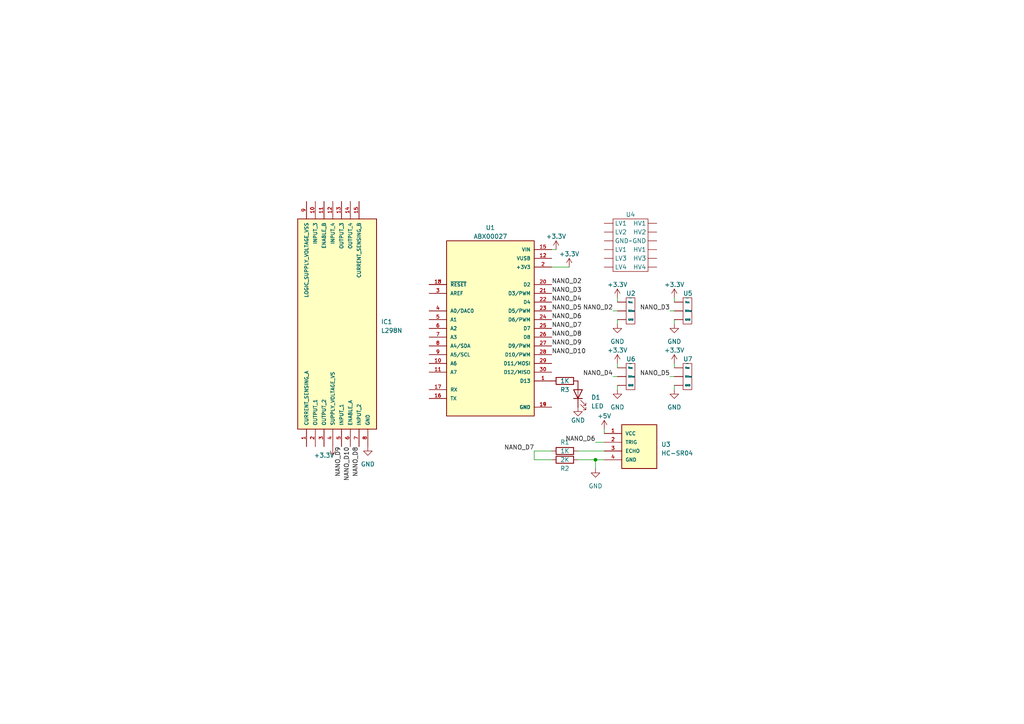
<source format=kicad_sch>
(kicad_sch (version 20230121) (generator eeschema)
  (paper "A4")
  (lib_symbols
    (symbol "Device:LED" (pin_numbers hide) (pin_names (offset 1.016) hide)
      (property "Reference" "D" (at 0 2.54 0))
      (property "Value" "LED" (at 0 -2.54 0))
      (symbol "LED_0_1"
        (polyline (pts (xy -1.27 -1.27) (xy -1.27 1.27)) (stroke (width 0.254)))
        (polyline (pts (xy -1.27 0) (xy 1.27 0)))
        (polyline (pts (xy 1.27 -1.27) (xy 1.27 1.27) (xy -1.27 0) (xy 1.27 -1.27)) (stroke (width 0.254)))
        (polyline (pts (xy -3.048 -0.762) (xy -4.572 -2.286) (xy -3.81 -2.286) (xy -4.572 -2.286) (xy -4.572 -1.524)))
        (polyline (pts (xy -1.778 -0.762) (xy -3.302 -2.286) (xy -2.54 -2.286) (xy -3.302 -2.286) (xy -3.302 -1.524)))
      )
      (symbol "LED_1_1"
        (pin passive line (at -3.81 0 0) (length 2.54) (name "K") (number "1"))
        (pin passive line (at 3.81 0 180) (length 2.54) (name "A") (number "2"))
      )
    )
    (symbol "Device:R" (pin_numbers hide) (pin_names (offset 0))
      (property "Reference" "R" (at 2.032 0 90))
      (property "Value" "R" (at 0 0 90))
      (symbol "R_0_1"
        (rectangle (start -1.016 -2.54) (end 1.016 2.54) (stroke (width 0.254)))
      )
      (symbol "R_1_1"
        (pin passive line (at 0 3.81 270) (length 1.27) (name "~") (number "1"))
        (pin passive line (at 0 -3.81 90) (length 1.27) (name "~") (number "2"))
      )
    )
    (symbol "Digital_DFrobot_1"
      (property "Reference" "U2" (at -1.27 5.08 0))
      (property "Value" "~" (at 0 3.81 0))
      (symbol "Digital_DFrobot_1_0_1"
        (polyline (pts (xy -1.27 3.81) (xy 1.27 3.81) (xy 1.27 -3.81) (xy -1.27 -3.81) (xy -1.27 3.81)))
      )
      (symbol "Digital_DFrobot_1_1_1"
        (pin input line (at -3.81 0 0) (length 2.54) (name "Dline") (number ""))
        (pin input line (at -3.81 -2.54 0) (length 2.54) (name "GND") (number ""))
        (pin input line (at -3.81 2.54 0) (length 2.54) (name "Vcc") (number ""))
      )
    )
    (symbol "EEE3099S_Project_Symbols:ABX00027" (pin_names (offset 1.016))
      (property "Reference" "U" (at -12.7 26.67 0))
      (property "Value" "ABX00027" (at -12.7 -26.67 0))
      (symbol "ABX00027_0_0"
        (rectangle (start -12.7 -25.4) (end 12.7 25.4) (stroke (width 0.254)) (fill (type background)))
        (pin bidirectional line (at 17.78 -15.24 180) (length 5.08) (name "D13") (number "1"))
        (pin input line (at -17.78 -10.16 0) (length 5.08) (name "A6") (number "10"))
        (pin input line (at -17.78 -12.7 0) (length 5.08) (name "A7") (number "11"))
        (pin power_in line (at 17.78 20.32 180) (length 5.08) (name "VUSB") (number "12"))
        (pin input line (at -17.78 12.7 0) (length 5.08) (name "~{RESET}") (number "13"))
        (pin power_in line (at 17.78 -22.86 180) (length 5.08) (name "GND") (number "14"))
        (pin power_in line (at 17.78 22.86 180) (length 5.08) (name "VIN") (number "15"))
        (pin bidirectional line (at -17.78 -20.32 0) (length 5.08) (name "TX") (number "16"))
        (pin bidirectional line (at -17.78 -17.78 0) (length 5.08) (name "RX") (number "17"))
        (pin input line (at -17.78 12.7 0) (length 5.08) (name "~{RESET}") (number "18"))
        (pin power_in line (at 17.78 -22.86 180) (length 5.08) (name "GND") (number "19"))
        (pin power_in line (at 17.78 17.78 180) (length 5.08) (name "+3V3") (number "2"))
        (pin bidirectional line (at 17.78 12.7 180) (length 5.08) (name "D2") (number "20"))
        (pin bidirectional line (at 17.78 10.16 180) (length 5.08) (name "D3/PWM") (number "21"))
        (pin bidirectional line (at 17.78 7.62 180) (length 5.08) (name "D4") (number "22"))
        (pin bidirectional line (at 17.78 5.08 180) (length 5.08) (name "D5/PWM") (number "23"))
        (pin bidirectional line (at 17.78 2.54 180) (length 5.08) (name "D6/PWM") (number "24"))
        (pin bidirectional line (at 17.78 0 180) (length 5.08) (name "D7") (number "25"))
        (pin bidirectional line (at 17.78 -2.54 180) (length 5.08) (name "D8") (number "26"))
        (pin bidirectional line (at 17.78 -5.08 180) (length 5.08) (name "D9/PWM") (number "27"))
        (pin bidirectional line (at 17.78 -7.62 180) (length 5.08) (name "D10/PWM") (number "28"))
        (pin bidirectional line (at 17.78 -10.16 180) (length 5.08) (name "D11/MOSI") (number "29"))
        (pin input line (at -17.78 10.16 0) (length 5.08) (name "AREF") (number "3"))
        (pin bidirectional line (at 17.78 -12.7 180) (length 5.08) (name "D12/MISO") (number "30"))
        (pin bidirectional line (at -17.78 5.08 0) (length 5.08) (name "A0/DAC0") (number "4"))
        (pin input line (at -17.78 2.54 0) (length 5.08) (name "A1") (number "5"))
        (pin input line (at -17.78 0 0) (length 5.08) (name "A2") (number "6"))
        (pin input line (at -17.78 -2.54 0) (length 5.08) (name "A3") (number "7"))
        (pin input line (at -17.78 -5.08 0) (length 5.08) (name "A4/SDA") (number "8"))
        (pin input line (at -17.78 -7.62 0) (length 5.08) (name "A5/SCL") (number "9"))
      )
    )
    (symbol "EEE3099S_Project_Symbols:HC-SR04" (pin_names (offset 1.016))
      (property "Reference" "U" (at 0 5.0813 0))
      (property "Value" "HC-SR04" (at 0 -10.163 0))
      (symbol "HC-SR04_0_0"
        (rectangle (start 0 -7.62) (end 10.16 5.08) (stroke (width 0.254)) (fill (type background)))
        (pin power_in line (at -5.08 2.54 0) (length 5.08) (name "VCC") (number "1"))
        (pin bidirectional line (at -5.08 0 0) (length 5.08) (name "TRIG") (number "2"))
        (pin bidirectional line (at -5.08 -2.54 0) (length 5.08) (name "ECHO") (number "3"))
        (pin power_in line (at -5.08 -5.08 0) (length 5.08) (name "GND") (number "4"))
      )
    )
    (symbol "EEE3099S_Project_Symbols:L298N" (pin_names (offset 1.016))
      (property "Reference" "IC" (at 67.31 7.62 0))
      (property "Value" "L298N" (at 67.31 5.08 0))
      (symbol "L298N_0_0"
        (rectangle (start 5.08 -20.32) (end 66.04 2.54) (stroke (width 0.254)) (fill (type background)))
        (pin input line (at 0 0 0) (length 5.08) (name "CURRENT_SENSING_A") (number "1"))
        (pin input line (at 71.12 -2.54 180) (length 5.08) (name "INPUT_3") (number "10"))
        (pin input line (at 71.12 -5.08 180) (length 5.08) (name "ENABLE_B") (number "11"))
        (pin input line (at 71.12 -7.62 180) (length 5.08) (name "INPUT_4") (number "12"))
        (pin output line (at 71.12 -10.16 180) (length 5.08) (name "OUTPUT_3") (number "13"))
        (pin output line (at 71.12 -12.7 180) (length 5.08) (name "OUTPUT_4") (number "14"))
        (pin input line (at 71.12 -15.24 180) (length 5.08) (name "CURRENT_SENSING_B") (number "15"))
        (pin output line (at 0 -2.54 0) (length 5.08) (name "OUTPUT_1") (number "2"))
        (pin output line (at 0 -5.08 0) (length 5.08) (name "OUTPUT_2") (number "3"))
        (pin power_in line (at 0 -7.62 0) (length 5.08) (name "SUPPLY_VOLTAGE_VS") (number "4"))
        (pin input line (at 0 -10.16 0) (length 5.08) (name "INPUT_1") (number "5"))
        (pin input line (at 0 -12.7 0) (length 5.08) (name "ENABLE_A") (number "6"))
        (pin input line (at 0 -15.24 0) (length 5.08) (name "INPUT_2") (number "7"))
        (pin power_in line (at 0 -17.78 0) (length 5.08) (name "GND") (number "8"))
        (pin power_in line (at 71.12 0 180) (length 5.08) (name "LOGIC_SUPPLY_VOLTAGE_VSS") (number "9"))
      )
    )
    (symbol "EEE3099S_Project_Symbols:Logic_Level_Converter_Bidirectional_4_Channel"
      (property "Reference" "U" (at 0 7.62 0))
      (symbol "Logic_Level_Converter_Bidirectional_4_Channel_0_1"
        (polyline (pts (xy -5.08 6.35) (xy 5.08 6.35) (xy 5.08 -8.89) (xy -5.08 -8.89) (xy -5.08 6.35) (xy -5.08 6.35)))
      )
      (symbol "Logic_Level_Converter_Bidirectional_4_Channel_1_1"
        (pin input line (at -7.62 0 0) (length 2.54) (name "GND") (number ""))
        (pin input line (at 7.62 0 180) (length 2.54) (name "GND") (number ""))
        (pin input line (at 7.62 -2.54 180) (length 2.54) (name "HV1") (number ""))
        (pin input line (at 7.62 5.08 180) (length 2.54) (name "HV1") (number ""))
        (pin input line (at 7.62 2.54 180) (length 2.54) (name "HV2") (number ""))
        (pin input line (at 7.62 -5.08 180) (length 2.54) (name "HV3") (number ""))
        (pin input line (at 7.62 -7.62 180) (length 2.54) (name "HV4") (number ""))
        (pin input line (at -7.62 -2.54 0) (length 2.54) (name "LV1") (number ""))
        (pin input line (at -7.62 5.08 0) (length 2.54) (name "LV1") (number ""))
        (pin input line (at -7.62 2.54 0) (length 2.54) (name "LV2") (number ""))
        (pin input line (at -7.62 -5.08 0) (length 2.54) (name "LV3") (number ""))
        (pin input line (at -7.62 -7.62 0) (length 2.54) (name "LV4") (number ""))
      )
    )
    (symbol "power:+3.3V" (power) (pin_names (offset 0))
      (property "Value" "+3.3V" (at 0 3.556 0))
      (symbol "+3.3V_0_1"
        (polyline (pts (xy -0.762 1.27) (xy 0 2.54)))
        (polyline (pts (xy 0 0) (xy 0 2.54)))
        (polyline (pts (xy 0 2.54) (xy 0.762 1.27)))
      )
      (symbol "+3.3V_1_1"
        (pin power_in line (at 0 0 90) (length 0) hide (name "+3.3V") (number "1"))
      )
    )
    (symbol "power:+5V" (power) (pin_names (offset 0))
      (property "Value" "+5V" (at 0 3.556 0))
      (symbol "+5V_0_1"
        (polyline (pts (xy -0.762 1.27) (xy 0 2.54)))
        (polyline (pts (xy 0 0) (xy 0 2.54)))
        (polyline (pts (xy 0 2.54) (xy 0.762 1.27)))
      )
      (symbol "+5V_1_1"
        (pin power_in line (at 0 0 90) (length 0) hide (name "+5V") (number "1"))
      )
    )
    (symbol "power:GND" (power) (pin_names (offset 0))
      (property "Value" "GND" (at 0 -3.81 0))
      (symbol "GND_0_1"
        (polyline (pts (xy 0 0) (xy 0 -1.27) (xy 1.27 -1.27) (xy 0 -2.54) (xy -1.27 -1.27) (xy 0 -1.27)))
      )
      (symbol "GND_1_1"
        (pin power_in line (at 0 0 270) (length 0) hide (name "GND") (number "1"))
      )
    )
  )
  (junction (at 172.72 133.35))
  (wire (pts (xy 160.02 77.47) (xy 165.1 77.47)))
  (wire (pts (xy 160.02 72.39) (xy 161.29 72.39)))
  (wire (pts (xy 172.72 135.89) (xy 172.72 133.35)))
  (wire (pts (xy 172.72 128.27) (xy 175.26 128.27)))
  (wire (pts (xy 179.07 92.71) (xy 179.07 93.98)))
  (wire (pts (xy 194.31 90.17) (xy 195.58 90.17)))
  (wire (pts (xy 195.58 92.71) (xy 195.58 93.98)))
  (wire (pts (xy 167.64 130.81) (xy 175.26 130.81)))
  (wire (pts (xy 195.58 105.41) (xy 195.58 106.68)))
  (wire (pts (xy 177.8 90.17) (xy 179.07 90.17)))
  (wire (pts (xy 167.64 133.35) (xy 172.72 133.35)))
  (wire (pts (xy 179.07 111.76) (xy 179.07 113.03)))
  (wire (pts (xy 160.02 133.35) (xy 154.94 133.35)))
  (wire (pts (xy 154.94 130.81) (xy 160.02 130.81)))
  (wire (pts (xy 154.94 130.81) (xy 154.94 133.35)))
  (wire (pts (xy 172.72 133.35) (xy 175.26 133.35)))
  (wire (pts (xy 194.31 109.22) (xy 195.58 109.22)))
  (wire (pts (xy 177.8 109.22) (xy 179.07 109.22)))
  (wire (pts (xy 195.58 111.76) (xy 195.58 113.03)))
  (wire (pts (xy 179.07 86.36) (xy 179.07 87.63)))
  (wire (pts (xy 195.58 86.36) (xy 195.58 87.63)))
  (wire (pts (xy 175.26 124.46) (xy 175.26 125.73)))
  (wire (pts (xy 179.07 105.41) (xy 179.07 106.68)))
  (label "NANO_D7" (at 160.02 95.25 0))
  (label "NANO_D7" (at 154.94 130.81 180))
  (label "NANO_D3" (at 160.02 85.09 0))
  (label "NANO_D6" (at 160.02 92.71 0))
  (label "NANO_D2" (at 177.8 90.17 180))
  (label "NANO_D4" (at 177.8 109.22 180))
  (label "NANO_D4" (at 160.02 87.63 0))
  (label "NANO_D8" (at 160.02 97.79 0))
  (label "NANO_D5" (at 160.02 90.17 0))
  (label "NANO_D5" (at 194.31 109.22 180))
  (label "NANO_D6" (at 172.72 128.27 180))
  (label "NANO_D10" (at 160.02 102.87 0))
  (label "NANO_D2" (at 160.02 82.55 0))
  (label "NANO_D9" (at 99.06 129.54 270))
  (label "NANO_D3" (at 194.31 90.17 180))
  (label "NANO_D9" (at 160.02 100.33 0))
  (label "NANO_D10" (at 101.6 129.54 270))
  (label "NANO_D8" (at 104.14 129.54 270))
  (symbol (lib_id "EEE3099S_Project_Symbols:Logic_Level_Converter_Bidirectional_4_Channel") (at 182.88 69.85 0) (unit 1)
    (property "Reference" "U4" (at 182.88 62.23 0))
    (property "Value" "~" (at 182.88 69.85 0))
  )
  (symbol (lib_id "power:+3.3V") (at 165.1 77.47 0) (unit 1)
    (property "Reference" "#PWR012" (effects hide))
    (property "Value" "+3.3V" (at 165.1 73.66 0))
  )
  (symbol (lib_id "power:GND") (at 195.58 113.03 0) (unit 1)
    (property "Reference" "#PWR08" (effects hide))
    (property "Value" "GND" (at 195.58 118.11 0))
  )
  (symbol (lib_id "EEE3099S_Project_Symbols:HC-SR04") (at 180.34 128.27 0) (unit 1)
    (property "Reference" "U3" (at 191.77 128.905 0) (effects (justify left)))
    (property "Value" "HC-SR04" (at 191.77 131.445 0) (effects (justify left)))
    (property "Footprint" "XCVR_HC-SR04" (effects hide))
    (property "MANUFACTURER" "Osepp" (effects hide))
  )
  (symbol (lib_name "Digital_DFrobot_1") (lib_id "EEE3099S_Project_Symbols:Digital_DFrobot") (at 182.88 90.17 0) (unit 1)
    (property "Reference" "U2" (at 181.61 85.09 0) (effects (justify left)))
    (property "Value" "~" (at 182.88 86.36 0))
  )
  (symbol (lib_name "Digital_DFrobot_1") (lib_id "EEE3099S_Project_Symbols:Digital_DFrobot") (at 182.88 109.22 0) (unit 1)
    (property "Reference" "U6" (at 181.61 104.14 0) (effects (justify left)))
    (property "Value" "~" (at 182.88 105.41 0))
  )
  (symbol (lib_id "power:GND") (at 179.07 93.98 0) (unit 1)
    (property "Reference" "#PWR02" (effects hide))
    (property "Value" "GND" (at 179.07 99.06 0))
  )
  (symbol (lib_id "Device:R") (at 163.83 130.81 90) (unit 1)
    (property "Reference" "R1" (at 163.83 128.27 90))
    (property "Value" "1K" (at 163.83 130.81 90))
  )
  (symbol (lib_id "power:GND") (at 179.07 113.03 0) (unit 1)
    (property "Reference" "#PWR06" (effects hide))
    (property "Value" "GND" (at 179.07 118.11 0))
  )
  (symbol (lib_id "power:+3.3V") (at 195.58 86.36 0) (unit 1)
    (property "Reference" "#PWR03" (effects hide))
    (property "Value" "+3.3V" (at 195.58 82.55 0))
  )
  (symbol (lib_id "power:GND") (at 172.72 135.89 0) (unit 1)
    (property "Reference" "#PWR010" (effects hide))
    (property "Value" "GND" (at 172.72 140.97 0))
  )
  (symbol (lib_id "power:+5V") (at 175.26 124.46 0) (unit 1)
    (property "Reference" "#PWR09" (effects hide))
    (property "Value" "+5V" (at 175.26 120.65 0))
  )
  (symbol (lib_name "Digital_DFrobot_1") (lib_id "EEE3099S_Project_Symbols:Digital_DFrobot") (at 199.39 109.22 0) (unit 1)
    (property "Reference" "U7" (at 198.12 104.14 0) (effects (justify left)))
    (property "Value" "~" (at 199.39 105.41 0))
  )
  (symbol (lib_id "power:+3.3V") (at 179.07 105.41 0) (unit 1)
    (property "Reference" "#PWR05" (effects hide))
    (property "Value" "+3.3V" (at 179.07 101.6 0))
  )
  (symbol (lib_id "power:GND") (at 106.68 129.54 0) (unit 1)
    (property "Reference" "#PWR015" (effects hide))
    (property "Value" "GND" (at 106.68 134.62 0))
  )
  (symbol (lib_id "EEE3099S_Project_Symbols:L298N") (at 88.9 129.54 90) (unit 1)
    (property "Reference" "IC1" (at 110.49 93.345 90) (effects (justify right)))
    (property "Value" "L298N" (at 110.49 95.885 90) (effects (justify right)))
    (property "Footprint" "TO127P500X2020X2210-15P" (effects hide))
    (property "Manufacturer_Name" "STMicroelectronics" (effects hide))
    (property "Mouser_Price-Stock" "https://www.mouser.co.uk/ProductDetail/STMicroelectronics/L298N/?qs=gr8Zi5OG3Mj6jDtNclcF9Q%3D%3D" (effects hide))
    (property "Description" "L298N, Full Bridge Motor Driver, 3A Dual Full Bridge Motor Driver,, 25W 4.8  46 V, 15-Pin MULTIWATT 15" (effects hide))
    (property "Mouser_Part_Number" "511-L298" (effects hide))
    (property "Height" "5mm" (effects hide))
    (property "Manufacturer_Part_Number" "L298N" (effects hide))
  )
  (symbol (lib_id "power:+3.3V") (at 179.07 86.36 0) (unit 1)
    (property "Reference" "#PWR01" (effects hide))
    (property "Value" "+3.3V" (at 179.07 82.55 0))
  )
  (symbol (lib_name "Digital_DFrobot_1") (lib_id "EEE3099S_Project_Symbols:Digital_DFrobot") (at 199.39 90.17 0) (unit 1)
    (property "Reference" "U5" (at 198.12 85.09 0) (effects (justify left)))
    (property "Value" "~" (at 199.39 86.36 0))
  )
  (symbol (lib_id "Device:LED") (at 167.64 114.3 90) (unit 1)
    (property "Reference" "D1" (at 171.45 115.2525 90) (effects (justify right)))
    (property "Value" "LED" (at 171.45 117.7925 90) (effects (justify right)))
  )
  (symbol (lib_id "power:+3.3V") (at 96.52 129.54 180) (unit 1)
    (property "Reference" "#PWR014" (effects hide))
    (property "Value" "+5V" (at 93.98 132.08 0))
  )
  (symbol (lib_id "power:+3.3V") (at 195.58 105.41 0) (unit 1)
    (property "Reference" "#PWR07" (effects hide))
    (property "Value" "+3.3V" (at 195.58 101.6 0))
  )
  (symbol (lib_id "EEE3099S_Project_Symbols:ABX00027") (at 142.24 95.25 0) (unit 1)
    (property "Reference" "U1" (at 142.24 66.04 0))
    (property "Value" "ABX00027" (at 142.24 68.58 0))
    (property "Footprint" "MODULE_ABX00027" (effects hide))
    (property "MF" "Arduino" (effects hide))
    (property "DESCRIPTION" "ATSAMD21G18A Arduino Nano 33 IoT SAM D ARM® Cortex®-M0+ MCU 32-Bit Embedded Evaluation Board" (effects hide))
    (property "PACKAGE" "None" (effects hide))
    (property "PRICE" "None" (effects hide))
    (property "MP" "ABX00027" (effects hide))
    (property "DIGIKEY-PURCHASE-URL" "https://snapeda.com/shop?store=DigiKey&id=3949339" (effects hide))
    (property "AVAILABILITY" "Unavailable" (effects hide))
  )
  (symbol (lib_id "Device:R") (at 163.83 110.49 270) (unit 1)
    (property "Reference" "R3" (at 163.83 113.03 90))
    (property "Value" "1K" (at 163.83 110.49 90))
  )
  (symbol (lib_id "Device:R") (at 163.83 133.35 90) (unit 1)
    (property "Reference" "R2" (at 163.83 135.89 90))
    (property "Value" "2K" (at 163.83 133.35 90))
  )
  (symbol (lib_id "power:GND") (at 195.58 93.98 0) (unit 1)
    (property "Reference" "#PWR04" (effects hide))
    (property "Value" "GND" (at 195.58 99.06 0))
  )
  (symbol (lib_id "power:GND") (at 167.64 118.11 0) (unit 1)
    (property "Reference" "#PWR013" (effects hide))
    (property "Value" "GND" (at 167.64 121.92 0))
  )
  (symbol (lib_id "power:+3.3V") (at 161.29 72.39 0) (unit 1)
    (property "Reference" "#PWR011" (effects hide))
    (property "Value" "+6.4V" (at 161.29 68.58 0))
  )
)
</source>
